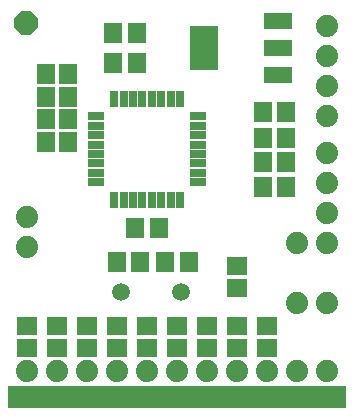
<source format=gbs>
G75*
%MOIN*%
%OFA0B0*%
%FSLAX25Y25*%
%IPPOS*%
%LPD*%
%AMOC8*
5,1,8,0,0,1.08239X$1,22.5*
%
%ADD10R,1.12500X0.07500*%
%ADD11R,0.05918X0.07099*%
%ADD12R,0.03000X0.05800*%
%ADD13R,0.05800X0.03000*%
%ADD14C,0.05950*%
%ADD15R,0.09600X0.05600*%
%ADD16R,0.09461X0.14973*%
%ADD17C,0.07400*%
%ADD18OC8,0.07800*%
%ADD19R,0.05918X0.06706*%
%ADD20R,0.06706X0.05918*%
D10*
X0083845Y0026433D03*
D11*
X0079908Y0071433D03*
X0087782Y0071433D03*
X0077782Y0082683D03*
X0069908Y0082683D03*
X0071532Y0071433D03*
X0063658Y0071433D03*
X0062408Y0137683D03*
X0070282Y0137683D03*
X0070282Y0147683D03*
X0062408Y0147683D03*
D12*
X0062822Y0125833D03*
X0065971Y0125833D03*
X0069121Y0125833D03*
X0072270Y0125833D03*
X0075420Y0125833D03*
X0078570Y0125833D03*
X0081719Y0125833D03*
X0084869Y0125833D03*
X0084869Y0092033D03*
X0081719Y0092033D03*
X0078570Y0092033D03*
X0075420Y0092033D03*
X0072270Y0092033D03*
X0069121Y0092033D03*
X0065971Y0092033D03*
X0062822Y0092033D03*
D13*
X0056945Y0097909D03*
X0056945Y0101059D03*
X0056945Y0104209D03*
X0056945Y0107358D03*
X0056945Y0110508D03*
X0056945Y0113657D03*
X0056945Y0116807D03*
X0056945Y0119957D03*
X0090745Y0119957D03*
X0090745Y0116807D03*
X0090745Y0113657D03*
X0090745Y0110508D03*
X0090745Y0107358D03*
X0090745Y0104209D03*
X0090745Y0101059D03*
X0090745Y0097909D03*
D14*
X0085095Y0061433D03*
X0065095Y0061433D03*
D15*
X0117295Y0133583D03*
X0117295Y0142683D03*
X0117295Y0151783D03*
D16*
X0092894Y0142683D03*
D17*
X0033845Y0035183D03*
X0043845Y0035183D03*
X0053845Y0035183D03*
X0063845Y0035183D03*
X0073845Y0035183D03*
X0083845Y0035183D03*
X0093845Y0035183D03*
X0103845Y0035183D03*
X0113845Y0035183D03*
X0123845Y0035183D03*
X0133845Y0035183D03*
X0133845Y0057683D03*
X0123845Y0057683D03*
X0123845Y0077683D03*
X0133845Y0077683D03*
X0133845Y0087683D03*
X0133845Y0097683D03*
X0133845Y0107683D03*
X0133845Y0120183D03*
X0133845Y0130183D03*
X0133845Y0140183D03*
X0133845Y0150183D03*
X0033845Y0086433D03*
X0033845Y0076433D03*
D18*
X0033599Y0151074D03*
D19*
X0040105Y0133933D03*
X0040105Y0126433D03*
X0040105Y0118933D03*
X0040105Y0111433D03*
X0047585Y0111433D03*
X0047585Y0118933D03*
X0047585Y0126433D03*
X0047585Y0133933D03*
X0112605Y0121433D03*
X0120085Y0121433D03*
X0120085Y0112683D03*
X0120085Y0104558D03*
X0112605Y0104558D03*
X0112605Y0112683D03*
X0112605Y0096433D03*
X0120085Y0096433D03*
D20*
X0103845Y0070173D03*
X0103845Y0062693D03*
X0103845Y0050173D03*
X0103845Y0042693D03*
X0093845Y0042693D03*
X0093845Y0050173D03*
X0083845Y0050173D03*
X0083845Y0042693D03*
X0073845Y0042693D03*
X0073845Y0050173D03*
X0063845Y0050173D03*
X0063845Y0042693D03*
X0053845Y0042693D03*
X0053845Y0050173D03*
X0043845Y0050173D03*
X0043845Y0042693D03*
X0033845Y0042693D03*
X0033845Y0050173D03*
X0113845Y0050173D03*
X0113845Y0042693D03*
M02*

</source>
